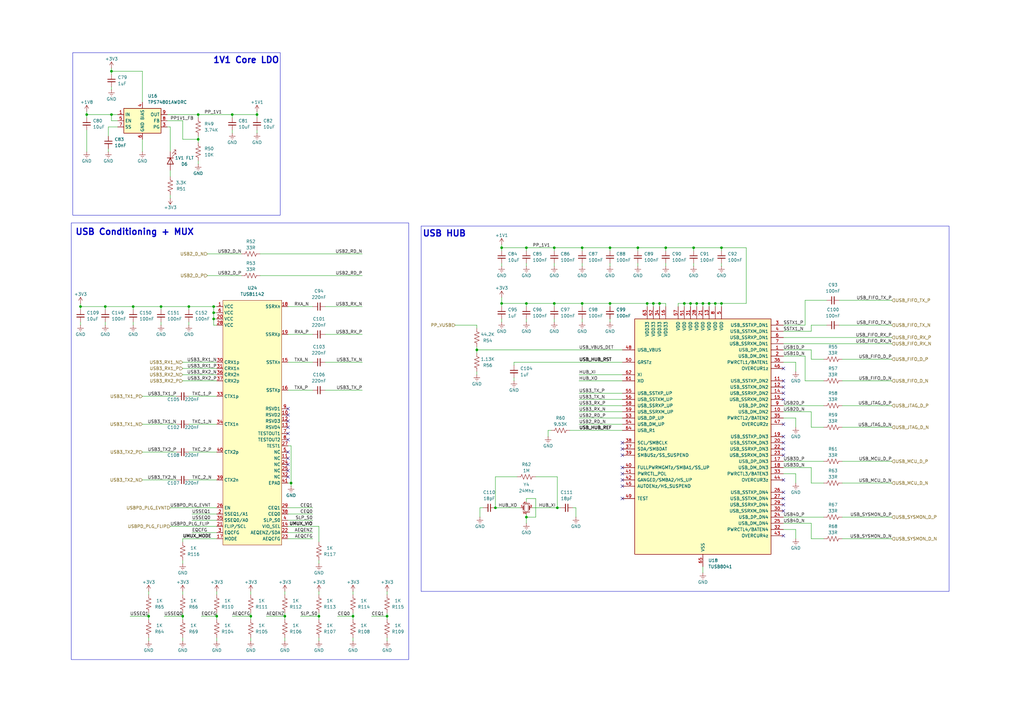
<source format=kicad_sch>
(kicad_sch (version 20231120) (generator "eeschema") (generator_version "8.0")
  (paper "A3")
  (title_block (title "USB Hub") (date "2024-07-14") (rev "1.0") (company "Drexel University") (comment 1 "Designed by John Hofmeyr"))
  (junction (at 105.41 46.99))
  (junction (at 144.78 252.73))
  (junction (at 77.47 125.73))
  (junction (at 285.75 124.46))
  (junction (at 273.05 101.6))
  (junction (at 87.63 128.27))
  (junction (at 265.43 124.46))
  (junction (at 119.38 198.12))
  (junction (at 267.97 124.46))
  (junction (at 60.96 252.73))
  (junction (at 95.25 46.99))
  (junction (at 81.28 46.99))
  (junction (at 227.33 101.6))
  (junction (at 284.48 101.6))
  (junction (at 215.9 124.46))
  (junction (at 88.9 252.73))
  (junction (at 130.81 252.73))
  (junction (at 293.37 124.46))
  (junction (at 283.21 124.46))
  (junction (at 295.91 101.6))
  (junction (at 45.72 46.99))
  (junction (at 288.29 124.46))
  (junction (at 215.9 212.09))
  (junction (at 280.67 124.46))
  (junction (at 261.62 101.6))
  (junction (at 45.72 29.21))
  (junction (at 81.28 57.15))
  (junction (at 290.83 124.46))
  (junction (at 74.93 252.73))
  (junction (at 43.18 125.73))
  (junction (at 295.91 124.46))
  (junction (at 87.63 130.81))
  (junction (at 203.2 208.28))
  (junction (at 215.9 101.6))
  (junction (at 66.04 125.73))
  (junction (at 250.19 101.6))
  (junction (at 102.87 252.73))
  (junction (at 205.74 101.6))
  (junction (at 54.61 125.73))
  (junction (at 158.75 252.73))
  (junction (at 116.84 252.73))
  (junction (at 205.74 124.46))
  (junction (at 238.76 101.6))
  (junction (at 228.6 208.28))
  (junction (at 238.76 124.46))
  (junction (at 270.51 124.46))
  (junction (at 35.56 46.99))
  (junction (at 33.02 125.73))
  (junction (at 250.19 124.46))
  (junction (at 195.58 143.51))
  (junction (at 227.33 124.46))
  (junction (at 87.63 125.73))
  (no_connect (at 118.11 193.04))
  (no_connect (at 255.27 194.31))
  (no_connect (at 118.11 195.58))
  (no_connect (at 321.31 181.61))
  (no_connect (at 321.31 151.13))
  (no_connect (at 118.11 177.8))
  (no_connect (at 321.31 186.69))
  (no_connect (at 321.31 156.21))
  (no_connect (at 118.11 185.42))
  (no_connect (at 118.11 180.34))
  (no_connect (at 255.27 196.85))
  (no_connect (at 255.27 181.61))
  (no_connect (at 321.31 161.29))
  (no_connect (at 118.11 172.72))
  (no_connect (at 118.11 187.96))
  (no_connect (at 321.31 204.47))
  (no_connect (at 321.31 179.07))
  (no_connect (at 321.31 163.83))
  (no_connect (at 255.27 186.69))
  (no_connect (at 255.27 191.77))
  (no_connect (at 321.31 209.55))
  (no_connect (at 118.11 175.26))
  (no_connect (at 255.27 199.39))
  (no_connect (at 321.31 173.99))
  (no_connect (at 321.31 219.71))
  (no_connect (at 321.31 207.01))
  (no_connect (at 255.27 204.47))
  (no_connect (at 118.11 190.5))
  (no_connect (at 118.11 167.64))
  (no_connect (at 321.31 184.15))
  (no_connect (at 255.27 184.15))
  (no_connect (at 321.31 201.93))
  (no_connect (at 321.31 158.75))
  (no_connect (at 118.11 170.18))
  (no_connect (at 321.31 196.85))
  (wire (pts (xy 270.51 124.46) (xy 270.51 125.73)))
  (wire (pts (xy 74.93 151.13) (xy 88.9 151.13)))
  (wire (pts (xy 66.04 125.73) (xy 77.47 125.73)))
  (wire (pts (xy 332.74 147.32) (xy 337.82 147.32)))
  (wire (pts (xy 345.44 175.26) (xy 365.76 175.26)))
  (wire (pts (xy 130.81 251.46) (xy 130.81 252.73)))
  (wire (pts (xy 195.58 152.4) (xy 195.58 153.67)))
  (wire (pts (xy 69.85 208.28) (xy 88.9 208.28)))
  (wire (pts (xy 215.9 101.6) (xy 227.33 101.6)))
  (wire (pts (xy 227.33 107.95) (xy 227.33 109.22)))
  (wire (pts (xy 284.48 101.6) (xy 295.91 101.6)))
  (wire (pts (xy 35.56 46.99) (xy 45.72 46.99)))
  (wire (pts (xy 77.47 162.56) (xy 88.9 162.56)))
  (wire (pts (xy 280.67 124.46) (xy 280.67 125.73)))
  (wire (pts (xy 212.09 195.58) (xy 203.2 195.58)))
  (wire (pts (xy 321.31 189.23) (xy 337.82 189.23)))
  (wire (pts (xy 144.78 251.46) (xy 144.78 252.73)))
  (wire (pts (xy 330.2 133.35) (xy 330.2 123.19)))
  (wire (pts (xy 228.6 195.58) (xy 228.6 208.28)))
  (wire (pts (xy 54.61 132.08) (xy 54.61 133.35)))
  (wire (pts (xy 345.44 147.32) (xy 365.76 147.32)))
  (wire (pts (xy 219.71 195.58) (xy 228.6 195.58)))
  (wire (pts (xy 118.11 210.82) (xy 128.27 210.82)))
  (wire (pts (xy 267.97 124.46) (xy 267.97 125.73)))
  (wire (pts (xy 250.19 101.6) (xy 261.62 101.6)))
  (wire (pts (xy 234.95 208.28) (xy 236.22 208.28)))
  (wire (pts (xy 273.05 101.6) (xy 284.48 101.6)))
  (wire (pts (xy 87.63 133.35) (xy 88.9 133.35)))
  (wire (pts (xy 82.55 252.73) (xy 88.9 252.73)))
  (wire (pts (xy 321.31 191.77) (xy 332.74 191.77)))
  (wire (pts (xy 116.84 242.57) (xy 116.84 243.84)))
  (wire (pts (xy 87.63 128.27) (xy 88.9 128.27)))
  (wire (pts (xy 283.21 124.46) (xy 283.21 125.73)))
  (wire (pts (xy 33.02 125.73) (xy 33.02 127)))
  (wire (pts (xy 290.83 124.46) (xy 293.37 124.46)))
  (wire (pts (xy 105.41 45.72) (xy 105.41 46.99)))
  (wire (pts (xy 102.87 242.57) (xy 102.87 243.84)))
  (wire (pts (xy 332.74 191.77) (xy 332.74 198.12)))
  (wire (pts (xy 321.31 194.31) (xy 326.39 194.31)))
  (wire (pts (xy 81.28 66.04) (xy 81.28 67.31)))
  (wire (pts (xy 205.74 121.92) (xy 205.74 124.46)))
  (wire (pts (xy 102.87 252.73) (xy 102.87 254)))
  (wire (pts (xy 238.76 124.46) (xy 250.19 124.46)))
  (wire (pts (xy 238.76 101.6) (xy 250.19 101.6)))
  (wire (pts (xy 95.25 46.99) (xy 95.25 48.26)))
  (wire (pts (xy 270.51 124.46) (xy 273.05 124.46)))
  (wire (pts (xy 238.76 107.95) (xy 238.76 109.22)))
  (wire (pts (xy 77.47 196.85) (xy 88.9 196.85)))
  (wire (pts (xy 106.68 104.14) (xy 148.59 104.14)))
  (wire (pts (xy 321.31 214.63) (xy 332.74 214.63)))
  (wire (pts (xy 77.47 173.99) (xy 88.9 173.99)))
  (wire (pts (xy 123.19 252.73) (xy 130.81 252.73)))
  (wire (pts (xy 87.63 125.73) (xy 88.9 125.73)))
  (wire (pts (xy 58.42 57.15) (xy 58.42 62.23)))
  (wire (pts (xy 74.93 156.21) (xy 88.9 156.21)))
  (wire (pts (xy 87.63 125.73) (xy 87.63 128.27)))
  (wire (pts (xy 332.74 135.89) (xy 332.74 133.35)))
  (wire (pts (xy 88.9 242.57) (xy 88.9 243.84)))
  (wire (pts (xy 198.12 208.28) (xy 196.85 208.28)))
  (wire (pts (xy 95.25 252.73) (xy 102.87 252.73)))
  (wire (pts (xy 326.39 194.31) (xy 326.39 198.12)))
  (wire (pts (xy 116.84 261.62) (xy 116.84 262.89)))
  (wire (pts (xy 102.87 251.46) (xy 102.87 252.73)))
  (wire (pts (xy 224.79 176.53) (xy 224.79 179.07)))
  (wire (pts (xy 227.33 124.46) (xy 238.76 124.46)))
  (wire (pts (xy 87.63 130.81) (xy 88.9 130.81)))
  (wire (pts (xy 237.49 168.91) (xy 255.27 168.91)))
  (wire (pts (xy 74.93 229.87) (xy 74.93 231.14)))
  (wire (pts (xy 284.48 107.95) (xy 284.48 109.22)))
  (wire (pts (xy 344.17 123.19) (xy 365.76 123.19)))
  (wire (pts (xy 81.28 46.99) (xy 95.25 46.99)))
  (wire (pts (xy 118.11 198.12) (xy 119.38 198.12)))
  (wire (pts (xy 144.78 261.62) (xy 144.78 262.89)))
  (wire (pts (xy 35.56 53.34) (xy 35.56 62.23)))
  (wire (pts (xy 77.47 185.42) (xy 88.9 185.42)))
  (wire (pts (xy 332.74 214.63) (xy 332.74 220.98)))
  (wire (pts (xy 60.96 251.46) (xy 60.96 252.73)))
  (wire (pts (xy 226.06 176.53) (xy 224.79 176.53)))
  (wire (pts (xy 45.72 27.94) (xy 45.72 29.21)))
  (wire (pts (xy 237.49 166.37) (xy 255.27 166.37)))
  (wire (pts (xy 236.22 208.28) (xy 236.22 212.09)))
  (wire (pts (xy 238.76 101.6) (xy 238.76 102.87)))
  (wire (pts (xy 77.47 125.73) (xy 87.63 125.73)))
  (wire (pts (xy 130.81 229.87) (xy 130.81 231.14)))
  (wire (pts (xy 45.72 35.56) (xy 45.72 36.83)))
  (wire (pts (xy 116.84 252.73) (xy 116.84 254)))
  (wire (pts (xy 102.87 261.62) (xy 102.87 262.89)))
  (wire (pts (xy 321.31 168.91) (xy 332.74 168.91)))
  (wire (pts (xy 87.63 128.27) (xy 87.63 130.81)))
  (wire (pts (xy 158.75 261.62) (xy 158.75 262.89)))
  (wire (pts (xy 35.56 46.99) (xy 35.56 48.26)))
  (wire (pts (xy 321.31 138.43) (xy 365.76 138.43)))
  (wire (pts (xy 273.05 101.6) (xy 273.05 102.87)))
  (wire (pts (xy 205.74 124.46) (xy 215.9 124.46)))
  (wire (pts (xy 250.19 130.81) (xy 250.19 132.08)))
  (wire (pts (xy 99.06 104.14) (xy 85.09 104.14)))
  (wire (pts (xy 69.85 80.01) (xy 69.85 81.28)))
  (wire (pts (xy 330.2 123.19) (xy 339.09 123.19)))
  (wire (pts (xy 219.71 212.09) (xy 215.9 212.09)))
  (wire (pts (xy 288.29 232.41) (xy 288.29 234.95)))
  (wire (pts (xy 265.43 124.46) (xy 265.43 125.73)))
  (wire (pts (xy 58.42 162.56) (xy 72.39 162.56)))
  (wire (pts (xy 278.13 124.46) (xy 278.13 125.73)))
  (wire (pts (xy 186.69 133.35) (xy 195.58 133.35)))
  (wire (pts (xy 43.18 132.08) (xy 43.18 133.35)))
  (wire (pts (xy 78.74 213.36) (xy 88.9 213.36)))
  (wire (pts (xy 74.93 220.98) (xy 74.93 222.25)))
  (wire (pts (xy 332.74 198.12) (xy 337.82 198.12)))
  (wire (pts (xy 215.9 204.47) (xy 219.71 204.47)))
  (wire (pts (xy 130.81 261.62) (xy 130.81 262.89)))
  (wire (pts (xy 321.31 217.17) (xy 326.39 217.17)))
  (wire (pts (xy 88.9 252.73) (xy 88.9 254)))
  (wire (pts (xy 45.72 29.21) (xy 45.72 30.48)))
  (wire (pts (xy 106.68 113.03) (xy 148.59 113.03)))
  (wire (pts (xy 60.96 252.73) (xy 60.96 254)))
  (wire (pts (xy 321.31 133.35) (xy 330.2 133.35)))
  (wire (pts (xy 250.19 107.95) (xy 250.19 109.22)))
  (wire (pts (xy 95.25 46.99) (xy 105.41 46.99)))
  (wire (pts (xy 77.47 132.08) (xy 77.47 133.35)))
  (wire (pts (xy 283.21 124.46) (xy 285.75 124.46)))
  (wire (pts (xy 345.44 156.21) (xy 365.76 156.21)))
  (wire (pts (xy 69.85 72.39) (xy 69.85 69.85)))
  (wire (pts (xy 215.9 205.74) (xy 215.9 204.47)))
  (wire (pts (xy 35.56 45.72) (xy 35.56 46.99)))
  (wire (pts (xy 33.02 124.46) (xy 33.02 125.73)))
  (wire (pts (xy 306.07 101.6) (xy 295.91 101.6)))
  (wire (pts (xy 33.02 132.08) (xy 33.02 133.35)))
  (wire (pts (xy 74.93 153.67) (xy 88.9 153.67)))
  (wire (pts (xy 203.2 208.28) (xy 213.36 208.28)))
  (wire (pts (xy 130.81 252.73) (xy 130.81 254)))
  (wire (pts (xy 321.31 166.37) (xy 337.82 166.37)))
  (wire (pts (xy 345.44 189.23) (xy 365.76 189.23)))
  (wire (pts (xy 133.35 160.02) (xy 148.59 160.02)))
  (wire (pts (xy 45.72 46.99) (xy 48.26 46.99)))
  (wire (pts (xy 68.58 46.99) (xy 81.28 46.99)))
  (wire (pts (xy 74.93 251.46) (xy 74.93 252.73)))
  (wire (pts (xy 128.27 148.59) (xy 118.11 148.59)))
  (wire (pts (xy 321.31 146.05) (xy 330.2 146.05)))
  (wire (pts (xy 210.82 148.59) (xy 210.82 149.86)))
  (wire (pts (xy 74.93 49.53) (xy 74.93 57.15)))
  (wire (pts (xy 87.63 130.81) (xy 87.63 133.35)))
  (wire (pts (xy 116.84 251.46) (xy 116.84 252.73)))
  (wire (pts (xy 81.28 46.99) (xy 81.28 48.26)))
  (wire (pts (xy 118.11 208.28) (xy 128.27 208.28)))
  (wire (pts (xy 278.13 124.46) (xy 280.67 124.46)))
  (wire (pts (xy 205.74 130.81) (xy 205.74 132.08)))
  (wire (pts (xy 215.9 101.6) (xy 215.9 102.87)))
  (wire (pts (xy 290.83 124.46) (xy 290.83 125.73)))
  (wire (pts (xy 215.9 107.95) (xy 215.9 109.22)))
  (wire (pts (xy 345.44 198.12) (xy 365.76 198.12)))
  (wire (pts (xy 238.76 124.46) (xy 238.76 125.73)))
  (wire (pts (xy 345.44 166.37) (xy 365.76 166.37)))
  (wire (pts (xy 237.49 171.45) (xy 255.27 171.45)))
  (wire (pts (xy 43.18 125.73) (xy 43.18 127)))
  (wire (pts (xy 118.11 218.44) (xy 128.27 218.44)))
  (wire (pts (xy 69.85 62.23) (xy 69.85 52.07)))
  (wire (pts (xy 321.31 143.51) (xy 332.74 143.51)))
  (wire (pts (xy 285.75 124.46) (xy 288.29 124.46)))
  (wire (pts (xy 118.11 220.98) (xy 128.27 220.98)))
  (wire (pts (xy 261.62 101.6) (xy 273.05 101.6)))
  (wire (pts (xy 130.81 222.25) (xy 130.81 215.9)))
  (wire (pts (xy 250.19 124.46) (xy 250.19 125.73)))
  (wire (pts (xy 44.45 52.07) (xy 44.45 55.88)))
  (wire (pts (xy 261.62 101.6) (xy 261.62 102.87)))
  (wire (pts (xy 205.74 124.46) (xy 205.74 125.73)))
  (wire (pts (xy 195.58 143.51) (xy 195.58 144.78)))
  (wire (pts (xy 227.33 130.81) (xy 227.33 132.08)))
  (wire (pts (xy 105.41 53.34) (xy 105.41 54.61)))
  (wire (pts (xy 280.67 124.46) (xy 283.21 124.46)))
  (wire (pts (xy 205.74 100.33) (xy 205.74 101.6)))
  (wire (pts (xy 210.82 148.59) (xy 255.27 148.59)))
  (wire (pts (xy 158.75 252.73) (xy 158.75 254)))
  (wire (pts (xy 66.04 132.08) (xy 66.04 133.35)))
  (wire (pts (xy 74.93 148.59) (xy 88.9 148.59)))
  (wire (pts (xy 293.37 124.46) (xy 293.37 125.73)))
  (wire (pts (xy 58.42 29.21) (xy 58.42 41.91)))
  (wire (pts (xy 238.76 130.81) (xy 238.76 132.08)))
  (wire (pts (xy 321.31 171.45) (xy 326.39 171.45)))
  (wire (pts (xy 326.39 148.59) (xy 326.39 152.4)))
  (wire (pts (xy 288.29 124.46) (xy 290.83 124.46)))
  (wire (pts (xy 45.72 49.53) (xy 45.72 46.99)))
  (wire (pts (xy 74.93 252.73) (xy 74.93 254)))
  (wire (pts (xy 54.61 125.73) (xy 66.04 125.73)))
  (wire (pts (xy 210.82 154.94) (xy 210.82 156.21)))
  (wire (pts (xy 293.37 124.46) (xy 295.91 124.46)))
  (wire (pts (xy 77.47 125.73) (xy 77.47 127)))
  (wire (pts (xy 118.11 213.36) (xy 128.27 213.36)))
  (wire (pts (xy 219.71 204.47) (xy 219.71 212.09)))
  (wire (pts (xy 237.49 163.83) (xy 255.27 163.83)))
  (wire (pts (xy 237.49 156.21) (xy 255.27 156.21)))
  (wire (pts (xy 326.39 217.17) (xy 326.39 220.98)))
  (wire (pts (xy 69.85 215.9) (xy 88.9 215.9)))
  (wire (pts (xy 233.68 176.53) (xy 255.27 176.53)))
  (wire (pts (xy 81.28 57.15) (xy 81.28 58.42)))
  (wire (pts (xy 128.27 125.73) (xy 118.11 125.73)))
  (wire (pts (xy 54.61 125.73) (xy 54.61 127)))
  (wire (pts (xy 119.38 182.88) (xy 119.38 198.12)))
  (wire (pts (xy 48.26 49.53) (xy 45.72 49.53)))
  (wire (pts (xy 195.58 134.62) (xy 195.58 133.35)))
  (wire (pts (xy 321.31 148.59) (xy 326.39 148.59)))
  (wire (pts (xy 295.91 124.46) (xy 295.91 125.73)))
  (wire (pts (xy 284.48 101.6) (xy 284.48 102.87)))
  (wire (pts (xy 218.44 208.28) (xy 228.6 208.28)))
  (wire (pts (xy 227.33 101.6) (xy 227.33 102.87)))
  (wire (pts (xy 109.22 252.73) (xy 116.84 252.73)))
  (wire (pts (xy 273.05 124.46) (xy 273.05 125.73)))
  (wire (pts (xy 74.93 57.15) (xy 81.28 57.15)))
  (wire (pts (xy 74.93 242.57) (xy 74.93 243.84)))
  (wire (pts (xy 295.91 101.6) (xy 295.91 102.87)))
  (wire (pts (xy 196.85 208.28) (xy 196.85 212.09)))
  (wire (pts (xy 68.58 49.53) (xy 74.93 49.53)))
  (wire (pts (xy 332.74 175.26) (xy 337.82 175.26)))
  (wire (pts (xy 326.39 171.45) (xy 326.39 175.26)))
  (wire (pts (xy 330.2 146.05) (xy 330.2 156.21)))
  (wire (pts (xy 306.07 124.46) (xy 306.07 101.6)))
  (wire (pts (xy 203.2 195.58) (xy 203.2 208.28)))
  (wire (pts (xy 133.35 125.73) (xy 148.59 125.73)))
  (wire (pts (xy 215.9 124.46) (xy 227.33 124.46)))
  (wire (pts (xy 133.35 148.59) (xy 148.59 148.59)))
  (wire (pts (xy 237.49 161.29) (xy 255.27 161.29)))
  (wire (pts (xy 81.28 55.88) (xy 81.28 57.15)))
  (wire (pts (xy 48.26 52.07) (xy 44.45 52.07)))
  (wire (pts (xy 74.93 220.98) (xy 88.9 220.98)))
  (wire (pts (xy 152.4 252.73) (xy 158.75 252.73)))
  (wire (pts (xy 88.9 251.46) (xy 88.9 252.73)))
  (wire (pts (xy 227.33 101.6) (xy 238.76 101.6)))
  (wire (pts (xy 237.49 153.67) (xy 255.27 153.67)))
  (wire (pts (xy 69.85 52.07) (xy 68.58 52.07)))
  (wire (pts (xy 321.31 140.97) (xy 365.76 140.97)))
  (wire (pts (xy 261.62 107.95) (xy 261.62 109.22)))
  (wire (pts (xy 130.81 242.57) (xy 130.81 243.84)))
  (wire (pts (xy 128.27 137.16) (xy 118.11 137.16)))
  (wire (pts (xy 58.42 173.99) (xy 72.39 173.99)))
  (wire (pts (xy 205.74 101.6) (xy 205.74 102.87)))
  (wire (pts (xy 332.74 133.35) (xy 339.09 133.35)))
  (wire (pts (xy 285.75 124.46) (xy 285.75 125.73)))
  (wire (pts (xy 105.41 46.99) (xy 105.41 48.26)))
  (wire (pts (xy 321.31 212.09) (xy 337.82 212.09)))
  (wire (pts (xy 288.29 124.46) (xy 288.29 125.73)))
  (wire (pts (xy 158.75 242.57) (xy 158.75 243.84)))
  (wire (pts (xy 78.74 218.44) (xy 88.9 218.44)))
  (wire (pts (xy 215.9 212.09) (xy 215.9 214.63)))
  (wire (pts (xy 88.9 261.62) (xy 88.9 262.89)))
  (wire (pts (xy 138.43 252.73) (xy 144.78 252.73)))
  (wire (pts (xy 332.74 168.91) (xy 332.74 175.26)))
  (wire (pts (xy 344.17 133.35) (xy 365.76 133.35)))
  (wire (pts (xy 95.25 53.34) (xy 95.25 54.61)))
  (wire (pts (xy 58.42 185.42) (xy 72.39 185.42)))
  (wire (pts (xy 295.91 107.95) (xy 295.91 109.22)))
  (wire (pts (xy 250.19 124.46) (xy 265.43 124.46)))
  (wire (pts (xy 215.9 130.81) (xy 215.9 132.08)))
  (wire (pts (xy 265.43 124.46) (xy 267.97 124.46)))
  (wire (pts (xy 228.6 208.28) (xy 229.87 208.28)))
  (wire (pts (xy 215.9 210.82) (xy 215.9 212.09)))
  (wire (pts (xy 118.11 215.9) (xy 130.81 215.9)))
  (wire (pts (xy 44.45 60.96) (xy 44.45 62.23)))
  (wire (pts (xy 237.49 173.99) (xy 255.27 173.99)))
  (wire (pts (xy 144.78 252.73) (xy 144.78 254)))
  (wire (pts (xy 118.11 182.88) (xy 119.38 182.88)))
  (wire (pts (xy 144.78 242.57) (xy 144.78 243.84)))
  (wire (pts (xy 74.93 261.62) (xy 74.93 262.89)))
  (wire (pts (xy 60.96 242.57) (xy 60.96 243.84)))
  (wire (pts (xy 45.72 29.21) (xy 58.42 29.21)))
  (wire (pts (xy 345.44 220.98) (xy 365.76 220.98)))
  (wire (pts (xy 99.06 113.03) (xy 85.09 113.03)))
  (wire (pts (xy 295.91 124.46) (xy 306.07 124.46)))
  (wire (pts (xy 33.02 125.73) (xy 43.18 125.73)))
  (wire (pts (xy 53.34 252.73) (xy 60.96 252.73)))
  (wire (pts (xy 133.35 137.16) (xy 148.59 137.16)))
  (wire (pts (xy 60.96 261.62) (xy 60.96 262.89)))
  (wire (pts (xy 267.97 124.46) (xy 270.51 124.46)))
  (wire (pts (xy 66.04 125.73) (xy 66.04 127)))
  (wire (pts (xy 158.75 251.46) (xy 158.75 252.73)))
  (wire (pts (xy 128.27 160.02) (xy 118.11 160.02)))
  (wire (pts (xy 78.74 210.82) (xy 88.9 210.82)))
  (wire (pts (xy 330.2 156.21) (xy 337.82 156.21)))
  (wire (pts (xy 227.33 124.46) (xy 227.33 125.73)))
  (wire (pts (xy 250.19 101.6) (xy 250.19 102.87)))
  (wire (pts (xy 332.74 220.98) (xy 337.82 220.98)))
  (wire (pts (xy 215.9 124.46) (xy 215.9 125.73)))
  (wire (pts (xy 67.31 252.73) (xy 74.93 252.73)))
  (wire (pts (xy 205.74 107.95) (xy 205.74 109.22)))
  (wire (pts (xy 43.18 125.73) (xy 54.61 125.73)))
  (wire (pts (xy 119.38 198.12) (xy 119.38 199.39)))
  (wire (pts (xy 332.74 143.51) (xy 332.74 147.32)))
  (wire (pts (xy 321.31 135.89) (xy 332.74 135.89)))
  (wire (pts (xy 58.42 196.85) (xy 72.39 196.85)))
  (wire (pts (xy 195.58 142.24) (xy 195.58 143.51)))
  (wire (pts (xy 195.58 143.51) (xy 255.27 143.51)))
  (wire (pts (xy 345.44 212.09) (xy 365.76 212.09)))
  (wire (pts (xy 273.05 107.95) (xy 273.05 109.22)))
  (wire (pts (xy 205.74 101.6) (xy 215.9 101.6)))
  (rectangle (start 29.845 21.59) (end 114.935 88.265))
  (rectangle (start 29.21 91.44) (end 167.64 270.51))
  (rectangle (start 172.72 92.71) (end 389.255 242.57))
  (text "USB Conditioning + MUX" (at 55.245 95.25 0) (effects (font (size 2.54 2.54) (thickness 0.508) (bold yes))))
  (text "1V1 Core LDO" (at 100.965 24.765 0) (effects (font (size 2.54 2.54) (thickness 0.508) (bold yes))))
  (text "USB HUB" (at 182.245 95.885 0) (effects (font (size 2.54 2.54) (thickness 0.508) (bold yes))))
  (label "USB_JTAG_D_P" (at 365.76 166.37 180))
  (label "USB_FIFO_D_N" (at 365.76 156.21 180))
  (label "USB4D_P" (at 321.31 212.09 0))
  (label "USB_HUB_REF" (at 237.49 176.53 0) (effects (font (bold yes))))
  (label "USB3_TX_N" (at 237.49 163.83 0))
  (label "USB3_TX1_N" (at 72.39 173.99 180))
  (label "USB_FIFO_TX_P" (at 365.76 123.19 180))
  (label "USSEQ0" (at 67.31 252.73 0))
  (label "USB3_TX_P" (at 148.59 160.02 180))
  (label "RXA_P" (at 120.65 137.16 0))
  (label "USB1D_P" (at 321.31 143.51 0))
  (label "USB3_RX1_P" (at 88.9 151.13 180))
  (label "AEQCFG" (at 128.27 220.98 180))
  (label "USB2D_N" (at 321.31 168.91 0))
  (label "USB2_D_P" (at 99.06 113.03 180))
  (label "HUB_XO" (at 237.49 156.21 0))
  (label "HUB_XO" (at 212.09 208.28 180))
  (label "USB3_RX1_N" (at 88.9 148.59 180))
  (label "USB3_RX2_P" (at 88.9 156.21 180))
  (label "TXC_1_P" (at 78.74 162.56 0))
  (label "USB4D_N" (at 321.31 214.63 0))
  (label "USB2_RD_P" (at 237.49 171.45 0))
  (label "USB_FIFO_RX_P" (at 365.76 138.43 180))
  (label "USB3_TX_N" (at 148.59 148.59 180))
  (label "USB_MCU_D_P" (at 365.76 189.23 180))
  (label "USB2_RD_N" (at 237.49 173.99 0))
  (label "USB_HUB_RST" (at 237.49 148.59 0) (effects (font (bold yes))))
  (label "USB3D_P" (at 321.31 189.23 0))
  (label "HUB_XI" (at 220.98 208.28 0))
  (label "EQCFG" (at 78.74 218.44 0))
  (label "TXC_1_N" (at 78.74 173.99 0))
  (label "USB_VBUS_DET" (at 237.49 143.51 0))
  (label "USB1D_N" (at 321.31 146.05 0))
  (label "SLP_S0" (at 123.19 252.73 0))
  (label "USB2D_P" (at 321.31 166.37 0))
  (label "USB3_RX_P" (at 237.49 166.37 0))
  (label "CEQ0" (at 138.43 252.73 0))
  (label "PP_1V1" (at 218.44 101.6 0))
  (label "CEQ1" (at 128.27 208.28 180))
  (label "USB_SYSMON_D_P" (at 365.76 212.09 180))
  (label "AEQENZ" (at 109.22 252.73 0))
  (label "TXC_2_N" (at 78.74 196.85 0))
  (label "USB_FIFO_D_P" (at 365.76 147.32 180))
  (label "USSEQ0" (at 78.74 213.36 0))
  (label "PP1V1_FB" (at 69.85 49.53 0))
  (label "CEQ0" (at 128.27 210.82 180))
  (label "AEQCFG" (at 95.25 252.73 0))
  (label "RXA_N" (at 120.65 125.73 0))
  (label "HUB_XI" (at 237.49 153.67 0))
  (label "USB3_TX_P" (at 237.49 161.29 0))
  (label "USB3_RX_N" (at 148.59 125.73 180))
  (label "EQCFG" (at 82.55 252.73 0))
  (label "USB_MCU_D_N" (at 365.76 198.12 180))
  (label "USB3_RX_N" (at 237.49 168.91 0))
  (label "USB3_RX2_N" (at 88.9 153.67 180))
  (label "USB_FIFO_RX_N" (at 365.76 140.97 180))
  (label "USB3_RX_P" (at 148.59 137.16 180))
  (label "USBPD_PLG_FLIP" (at 69.85 215.9 0))
  (label "USB3_TX1_P" (at 72.39 162.56 180))
  (label "SSTX1_N" (at 321.31 135.89 0))
  (label "USB3_TX2_P" (at 72.39 185.42 180))
  (label "TXA_N" (at 120.65 148.59 0))
  (label "SSTX1_P" (at 321.31 133.35 0))
  (label "SLP_S0" (at 128.27 213.36 180))
  (label "USB2_RD_P" (at 148.59 113.03 180))
  (label "UMUX_VIO" (at 128.27 215.9 180) (effects (font (bold yes))))
  (label "TXA_P" (at 120.65 160.02 0))
  (label "USSEQ1" (at 53.34 252.73 0))
  (label "USB_FIFO_TX_N" (at 365.76 133.35 180))
  (label "TXC_2_P" (at 78.74 185.42 0))
  (label "USSEQ1" (at 78.74 210.82 0))
  (label "USBPD_PLG_EVNT" (at 86.36 208.28 180))
  (label "PP_1V1" (at 83.82 46.99 0))
  (label "USB3_TX2_N" (at 72.39 196.85 180))
  (label "USB_JTAG_D_N" (at 365.76 175.26 180))
  (label "USB3D_N" (at 321.31 191.77 0))
  (label "USB_SYSMON_D_N" (at 365.76 220.98 180))
  (label "USB2_D_N" (at 99.06 104.14 180))
  (label "UMUX_MODE" (at 74.93 220.98 0) (effects (font (bold yes))))
  (label "AEQENZ" (at 128.27 218.44 180))
  (label "USB2_RD_N" (at 148.59 104.14 180))
  (label "CEQ1" (at 152.4 252.73 0))
  (hierarchical_label "PP_VUSB" (shape input) (at 186.69 133.35 180))
  (hierarchical_label "USB_JTAG_D_N" (shape input) (at 365.76 175.26 0))
  (hierarchical_label "USB_FIFO_TX_N" (shape input) (at 365.76 133.35 0))
  (hierarchical_label "USBPD_PLG_EVNT" (shape input) (at 69.85 208.28 180))
  (hierarchical_label "USB2_D_P" (shape input) (at 85.09 113.03 180))
  (hierarchical_label "USB3_RX1_N" (shape input) (at 74.93 148.59 180))
  (hierarchical_label "USB3_RX2_P" (shape input) (at 74.93 156.21 180))
  (hierarchical_label "USB_MCU_D_P" (shape input) (at 365.76 189.23 0))
  (hierarchical_label "USB3_TX2_P" (shape input) (at 58.42 185.42 180))
  (hierarchical_label "USB_MCU_D_N" (shape input) (at 365.76 198.12 0))
  (hierarchical_label "USB_FIFO_TX_P" (shape input) (at 365.76 123.19 0))
  (hierarchical_label "USB_FIFO_RX_N" (shape input) (at 365.76 140.97 0))
  (hierarchical_label "USB_SYSMON_D_P" (shape input) (at 365.76 212.09 0))
  (hierarchical_label "USB3_RX1_P" (shape input) (at 74.93 151.13 180))
  (hierarchical_label "USB_JTAG_D_P" (shape input) (at 365.76 166.37 0))
  (hierarchical_label "USB_FIFO_D_P" (shape input) (at 365.76 147.32 0))
  (hierarchical_label "USB3_TX1_P" (shape input) (at 58.42 162.56 180))
  (hierarchical_label "USB3_TX1_N" (shape input) (at 58.42 173.99 180))
  (hierarchical_label "USB2_D_N" (shape input) (at 85.09 104.14 180))
  (hierarchical_label "USB_FIFO_RX_P" (shape input) (at 365.76 138.43 0))
  (hierarchical_label "USB_SYSMON_D_N" (shape input) (at 365.76 220.98 0))
  (hierarchical_label "USB3_RX2_N" (shape input) (at 74.93 153.67 180))
  (hierarchical_label "USB_FIFO_D_N" (shape input) (at 365.76 156.21 0))
  (hierarchical_label "USBPD_PLG_FLIP" (shape input) (at 69.85 215.9 180))
  (hierarchical_label "USB3_TX2_N" (shape input) (at 58.42 196.85 180))
  (symbol (lib_id "power:GND") (at 196.85 212.09 0) (unit 1)
    (property "Reference" "#PWR0200" (effects (hide yes)))
    (property "Value" "GND" (at 196.85 215.9 0))
    (property "Description" "Power symbol creates a global label with name \"GND\" , ground" (effects (hide yes)))
  )
  (symbol (lib_id "Device:R_US") (at 102.87 104.14 270) (unit 1)
    (property "Reference" "R52" (at 102.87 99.06 90))
    (property "Value" "33R" (at 102.87 101.6 90))
    (property "Footprint" "Resistor_SMD:R_0201_0603Metric" (effects (hide yes)))
    (property "Description" "Resistor, US symbol" (effects (hide yes)))
  )
  (symbol (lib_id "power:GND") (at 195.58 153.67 0) (unit 1)
    (property "Reference" "#PWR0191" (effects (hide yes)))
    (property "Value" "GND" (at 195.58 157.48 0))
    (property "Description" "Power symbol creates a global label with name \"GND\" , ground" (effects (hide yes)))
  )
  (symbol (lib_id "Device:R_US") (at 341.63 189.23 270) (unit 1)
    (property "Reference" "R61" (at 341.63 184.15 90))
    (property "Value" "33R" (at 341.63 186.69 90))
    (property "Footprint" "Resistor_SMD:R_0201_0603Metric" (effects (hide yes)))
    (property "Description" "Resistor, US symbol" (effects (hide yes)))
  )
  (symbol (lib_id "Device:R_US") (at 102.87 113.03 270) (unit 1)
    (property "Reference" "R53" (at 102.87 107.95 90))
    (property "Value" "33R" (at 102.87 110.49 90))
    (property "Footprint" "Resistor_SMD:R_0201_0603Metric" (effects (hide yes)))
    (property "Description" "Resistor, US symbol" (effects (hide yes)))
  )
  (symbol (lib_id "power:GND") (at 288.29 234.95 0) (unit 1)
    (property "Reference" "#PWR0207" (effects (hide yes)))
    (property "Value" "GND" (at 288.29 238.76 0))
    (property "Description" "Power symbol creates a global label with name \"GND\" , ground" (effects (hide yes)))
  )
  (symbol (lib_id "Device:C_Small") (at 130.81 125.73 90) (unit 1)
    (property "Reference" "C94" (at 130.8163 119.38 90))
    (property "Value" "220nF" (at 130.8163 121.92 90))
    (property "Footprint" "Capacitor_SMD:C_0201_0603Metric" (effects (hide yes)))
    (property "Description" "Unpolarized capacitor, small symbol" (effects (hide yes)))
  )
  (symbol (lib_id "Device:R_US") (at 74.93 257.81 180) (unit 1)
    (property "Reference" "R69" (at 79.375 259.08 0))
    (property "Value" "1K" (at 79.375 256.54 0))
    (property "Footprint" "Resistor_SMD:R_0201_0603Metric" (effects (hide yes)))
    (property "Description" "Resistor, US symbol" (effects (hide yes)))
  )
  (symbol (lib_id "Device:C_Small") (at 66.04 129.54 0) (unit 1)
    (property "Reference" "C151" (at 68.58 128.2762 0) (effects (justify left)))
    (property "Value" "100nF" (at 68.58 130.8162 0) (effects (justify left)))
    (property "Footprint" "Capacitor_SMD:C_0201_0603Metric" (effects (hide yes)))
    (property "Description" "Unpolarized capacitor, small symbol" (effects (hide yes)))
  )
  (symbol (lib_id "power:+1V8") (at 35.56 45.72 0) (unit 1)
    (property "Reference" "#PWR0165" (effects (hide yes)))
    (property "Value" "+1V8" (at 35.56 41.91 0))
    (property "Description" "Power symbol creates a global label with name \"+1V8\"" (effects (hide yes)))
  )
  (symbol (lib_id "Interface_USB:TUSB8041") (at 288.29 179.07 0) (unit 1)
    (property "Reference" "U18" (at 290.4841 229.87 0) (effects (justify left)))
    (property "Value" "TUSB8041" (at 290.4841 232.41 0) (effects (justify left)))
    (property "Footprint" "Package_DFN_QFN:QFN-64-1EP_9x9mm_P0.5mm_EP6x6mm_ThermalVias" (effects (hide yes)))
    (property "Datasheet" "http://www.ti.com/lit/ds/symlink/tusb8041.pdf" (effects (hide yes)))
    (property "Description" "four port USB 3.0 Hub" (effects (hide yes)))
  )
  (symbol (lib_id "Device:C_Small") (at 105.41 50.8 0) (unit 1)
    (property "Reference" "C82" (at 107.95 49.5362 0) (effects (justify left)))
    (property "Value" "10uF" (at 107.95 52.0762 0) (effects (justify left)))
    (property "Footprint" "Capacitor_SMD:C_0603_1608Metric" (effects (hide yes)))
    (property "Description" "Unpolarized capacitor, small symbol" (effects (hide yes)))
  )
  (symbol (lib_id "power:GND") (at 130.81 231.14 0) (unit 1)
    (property "Reference" "#PWR0291" (effects (hide yes)))
    (property "Value" "GND" (at 130.81 234.95 0))
    (property "Description" "Power symbol creates a global label with name \"GND\" , ground" (effects (hide yes)))
  )
  (symbol (lib_id "Device:Crystal_GND24_Small") (at 215.9 208.28 0) (unit 1)
    (property "Reference" "Y4" (at 215.9 198.755 0))
    (property "Value" "24Mhz" (at 215.9 201.295 0))
    (property "Footprint" "Oscillator:Oscillator_SMD_Abracon_ASE-4Pin_3.2x2.5mm" (effects (hide yes)))
    (property "Datasheet" "https://abracon.com/Resonators/ABM8G.pdf" (effects (hide yes)))
    (property "Description" "Four pin crystal, GND on pins 2 and 4, small symbol" (effects (hide yes)))
  )
  (symbol (lib_id "power:GND") (at 326.39 152.4 0) (unit 1)
    (property "Reference" "#PWR0190" (effects (hide yes)))
    (property "Value" "GND" (at 326.39 156.21 0))
    (property "Description" "Power symbol creates a global label with name \"GND\" , ground" (effects (hide yes)))
  )
  (symbol (lib_id "Device:C_Small") (at 261.62 105.41 0) (unit 1)
    (property "Reference" "C89" (at 264.16 104.1462 0) (effects (justify left)))
    (property "Value" "100nF" (at 264.16 106.6862 0) (effects (justify left)))
    (property "Footprint" "Capacitor_SMD:C_0201_0603Metric" (effects (hide yes)))
    (property "Description" "Unpolarized capacitor, small symbol" (effects (hide yes)))
  )
  (symbol (lib_id "Device:C_Small") (at 200.66 208.28 270) (unit 1)
    (property "Reference" "C110" (at 200.6536 201.93 90))
    (property "Value" "18pF" (at 200.6536 204.47 90))
    (property "Footprint" "Capacitor_SMD:C_0201_0603Metric" (effects (hide yes)))
    (property "Description" "Unpolarized capacitor, small symbol" (effects (hide yes)))
  )
  (symbol (lib_id "power:GND") (at 326.39 220.98 0) (unit 1)
    (property "Reference" "#PWR0205" (effects (hide yes)))
    (property "Value" "GND" (at 326.39 224.79 0))
    (property "Description" "Power symbol creates a global label with name \"GND\" , ground" (effects (hide yes)))
  )
  (symbol (lib_id "Device:C_Small") (at 215.9 105.41 0) (unit 1)
    (property "Reference" "C85" (at 218.44 104.1462 0) (effects (justify left)))
    (property "Value" "100nF" (at 218.44 106.6862 0) (effects (justify left)))
    (property "Footprint" "Capacitor_SMD:C_0201_0603Metric" (effects (hide yes)))
    (property "Description" "Unpolarized capacitor, small symbol" (effects (hide yes)))
  )
  (symbol (lib_id "Device:R_US") (at 195.58 148.59 180) (unit 1)
    (property "Reference" "R56" (at 200.025 149.86 0))
    (property "Value" "1.13K" (at 200.025 147.32 0))
    (property "Footprint" "Resistor_SMD:R_0201_0603Metric" (effects (hide yes)))
    (property "Description" "Resistor, US symbol" (effects (hide yes)))
  )
  (symbol (lib_id "Device:C_Small") (at 232.41 208.28 270) (unit 1)
    (property "Reference" "C111" (at 232.4036 201.93 90))
    (property "Value" "18pF" (at 232.4036 204.47 90))
    (property "Footprint" "Capacitor_SMD:C_0201_0603Metric" (effects (hide yes)))
    (property "Description" "Unpolarized capacitor, small symbol" (effects (hide yes)))
  )
  (symbol (lib_id "power:+3V3") (at 88.9 242.57 0) (unit 1)
    (property "Reference" "#PWR0279" (effects (hide yes)))
    (property "Value" "+3V3" (at 88.9 238.76 0))
    (property "Description" "Power symbol creates a global label with name \"+3V3\"" (effects (hide yes)))
  )
  (symbol (lib_id "Device:C_Small") (at 295.91 105.41 0) (unit 1)
    (property "Reference" "C92" (at 298.45 104.1462 0) (effects (justify left)))
    (property "Value" "100nF" (at 298.45 106.6862 0) (effects (justify left)))
    (property "Footprint" "Capacitor_SMD:C_0201_0603Metric" (effects (hide yes)))
    (property "Description" "Unpolarized capacitor, small symbol" (effects (hide yes)))
  )
  (symbol (lib_id "power:GND") (at 215.9 109.22 0) (unit 1)
    (property "Reference" "#PWR0176" (effects (hide yes)))
    (property "Value" "GND" (at 215.9 113.03 0))
    (property "Description" "Power symbol creates a global label with name \"GND\" , ground" (effects (hide yes)))
  )
  (symbol (lib_id "Device:R_US") (at 88.9 247.65 180) (unit 1)
    (property "Reference" "R110" (at 93.345 248.92 0))
    (property "Value" "1K" (at 93.345 246.38 0))
    (property "Footprint" "Resistor_SMD:R_0201_0603Metric" (effects (hide yes)))
    (property "Description" "Resistor, US symbol" (effects (hide yes)))
  )
  (symbol (lib_id "Device:R_US") (at 341.63 156.21 270) (unit 1)
    (property "Reference" "R57" (at 341.63 151.13 90))
    (property "Value" "33R" (at 341.63 153.67 90))
    (property "Footprint" "Resistor_SMD:R_0201_0603Metric" (effects (hide yes)))
    (property "Description" "Resistor, US symbol" (effects (hide yes)))
  )
  (symbol (lib_id "Device:C_Small") (at 130.81 137.16 90) (unit 1)
    (property "Reference" "C101" (at 130.8163 130.81 90))
    (property "Value" "220nF" (at 130.8163 133.35 90))
    (property "Footprint" "Capacitor_SMD:C_0201_0603Metric" (effects (hide yes)))
    (property "Description" "Unpolarized capacitor, small symbol" (effects (hide yes)))
  )
  (symbol (lib_id "power:GND") (at 261.62 109.22 0) (unit 1)
    (property "Reference" "#PWR0180" (effects (hide yes)))
    (property "Value" "GND" (at 261.62 113.03 0))
    (property "Description" "Power symbol creates a global label with name \"GND\" , ground" (effects (hide yes)))
  )
  (symbol (lib_id "Device:R_US") (at 158.75 247.65 180) (unit 1)
    (property "Reference" "R115" (at 163.195 248.92 0))
    (property "Value" "1K" (at 163.195 246.38 0))
    (property "Footprint" "Resistor_SMD:R_0201_0603Metric" (effects (hide yes)))
    (property "Description" "Resistor, US symbol" (effects (hide yes)))
  )
  (symbol (lib_id "Device:C_Small") (at 284.48 105.41 0) (unit 1)
    (property "Reference" "C91" (at 287.02 104.1462 0) (effects (justify left)))
    (property "Value" "100nF" (at 287.02 106.6862 0) (effects (justify left)))
    (property "Footprint" "Capacitor_SMD:C_0201_0603Metric" (effects (hide yes)))
    (property "Description" "Unpolarized capacitor, small symbol" (effects (hide yes)))
  )
  (symbol (lib_id "power:+3V3") (at 205.74 121.92 0) (unit 1)
    (property "Reference" "#PWR0184" (effects (hide yes)))
    (property "Value" "+3V3" (at 205.74 118.11 0))
    (property "Description" "Power symbol creates a global label with name \"+3V3\"" (effects (hide yes)))
  )
  (symbol (lib_id "Device:R_US") (at 116.84 257.81 180) (unit 1)
    (property "Reference" "R106" (at 121.285 259.08 0))
    (property "Value" "1K" (at 121.285 256.54 0))
    (property "Footprint" "Resistor_SMD:R_0201_0603Metric" (effects (hide yes)))
    (property "Description" "Resistor, US symbol" (effects (hide yes)))
  )
  (symbol (lib_id "Device:C_Small") (at 45.72 33.02 0) (unit 1)
    (property "Reference" "C79" (at 48.26 31.7562 0) (effects (justify left)))
    (property "Value" "1uF" (at 48.26 34.2962 0) (effects (justify left)))
    (property "Footprint" "Capacitor_SMD:C_0201_0603Metric" (effects (hide yes)))
    (property "Description" "Unpolarized capacitor, small symbol" (effects (hide yes)))
  )
  (symbol (lib_id "power:GND") (at 74.93 231.14 0) (unit 1)
    (property "Reference" "#PWR0208" (effects (hide yes)))
    (property "Value" "GND" (at 74.93 234.95 0))
    (property "Description" "Power symbol creates a global label with name \"GND\" , ground" (effects (hide yes)))
  )
  (symbol (lib_id "Device:C_Small") (at 227.33 128.27 0) (unit 1)
    (property "Reference" "C97" (at 229.87 127.0062 0) (effects (justify left)))
    (property "Value" "100nF" (at 229.87 129.5462 0) (effects (justify left)))
    (property "Footprint" "Capacitor_SMD:C_0201_0603Metric" (effects (hide yes)))
    (property "Description" "Unpolarized capacitor, small symbol" (effects (hide yes)))
  )
  (symbol (lib_id "power:GND") (at 116.84 262.89 0) (unit 1)
    (property "Reference" "#PWR0284" (effects (hide yes)))
    (property "Value" "GND" (at 116.84 266.7 0))
    (property "Description" "Power symbol creates a global label with name \"GND\" , ground" (effects (hide yes)))
  )
  (symbol (lib_id "Device:R_US") (at 144.78 257.81 180) (unit 1)
    (property "Reference" "R108" (at 149.225 259.08 0))
    (property "Value" "1K" (at 149.225 256.54 0))
    (property "Footprint" "Resistor_SMD:R_0201_0603Metric" (effects (hide yes)))
    (property "Description" "Resistor, US symbol" (effects (hide yes)))
  )
  (symbol (lib_id "power:GND") (at 273.05 109.22 0) (unit 1)
    (property "Reference" "#PWR0181" (effects (hide yes)))
    (property "Value" "GND" (at 273.05 113.03 0))
    (property "Description" "Power symbol creates a global label with name \"GND\" , ground" (effects (hide yes)))
  )
  (symbol (lib_id "power:GND") (at 227.33 109.22 0) (unit 1)
    (property "Reference" "#PWR0177" (effects (hide yes)))
    (property "Value" "GND" (at 227.33 113.03 0))
    (property "Description" "Power symbol creates a global label with name \"GND\" , ground" (effects (hide yes)))
  )
  (symbol (lib_id "Device:C_Small") (at 210.82 152.4 0) (unit 1)
    (property "Reference" "C104" (at 213.36 151.1362 0) (effects (justify left)))
    (property "Value" "1uF" (at 213.36 153.6762 0) (effects (justify left)))
    (property "Footprint" "Capacitor_SMD:C_0201_0603Metric" (effects (hide yes)))
    (property "Description" "Unpolarized capacitor, small symbol" (effects (hide yes)))
  )
  (symbol (lib_id "Device:C_Small") (at 130.81 148.59 90) (unit 1)
    (property "Reference" "C103" (at 130.8163 142.24 90))
    (property "Value" "220nF" (at 130.8163 144.78 90))
    (property "Footprint" "Capacitor_SMD:C_0201_0603Metric" (effects (hide yes)))
    (property "Description" "Unpolarized capacitor, small symbol" (effects (hide yes)))
  )
  (symbol (lib_id "Device:C_Small") (at 273.05 105.41 0) (unit 1)
    (property "Reference" "C90" (at 275.59 104.1462 0) (effects (justify left)))
    (property "Value" "100nF" (at 275.59 106.6862 0) (effects (justify left)))
    (property "Footprint" "Capacitor_SMD:C_0201_0603Metric" (effects (hide yes)))
    (property "Description" "Unpolarized capacitor, small symbol" (effects (hide yes)))
  )
  (symbol (lib_id "power:GND") (at 295.91 109.22 0) (unit 1)
    (property "Reference" "#PWR0183" (effects (hide yes)))
    (property "Value" "GND" (at 295.91 113.03 0))
    (property "Description" "Power symbol creates a global label with name \"GND\" , ground" (effects (hide yes)))
  )
  (symbol (lib_id "power:+3V3") (at 69.85 81.28 180) (unit 1)
    (property "Reference" "#PWR0173" (effects (hide yes)))
    (property "Value" "+3V3" (at 69.85 85.09 0))
    (property "Description" "Power symbol creates a global label with name \"+3V3\"" (effects (hide yes)))
  )
  (symbol (lib_id "Regulator_Linear:TPS74801AWDRC") (at 58.42 49.53 0) (unit 1)
    (property "Reference" "U16" (at 60.6141 39.37 0) (effects (justify left)))
    (property "Value" "TPS74801AWDRC" (at 60.6141 41.91 0) (effects (justify left)))
    (property "Footprint" "Package_SON:VSON-10-1EP_3x3mm_P0.5mm_EP1.65x2.4mm_ThermalVias" (effects (hide yes)))
    (property "Datasheet" "https://www.ti.com/lit/ds/symlink/tps748a.pdf" (effects (hide yes)))
    (property "Description" "Texas Instruments 1.5A, Low-Dropout Linear Regulator With Programmable Soft-Start, 0.8-6.0Vin, 2.7-6.0Vbias, 0.8-3.6Vout" (effects (hide yes)))
  )
  (symbol (lib_id "Device:C_Small") (at 95.25 50.8 0) (unit 1)
    (property "Reference" "C81" (at 97.79 49.5362 0) (effects (justify left)))
    (property "Value" "10uF" (at 97.79 52.0762 0) (effects (justify left)))
    (property "Footprint" "Capacitor_SMD:C_0603_1608Metric" (effects (hide yes)))
    (property "Description" "Unpolarized capacitor, small symbol" (effects (hide yes)))
  )
  (symbol (lib_id "power:+1V1") (at 105.41 45.72 0) (unit 1)
    (property "Reference" "#PWR0166" (effects (hide yes)))
    (property "Value" "+1V1" (at 105.41 41.91 0))
    (property "Description" "Power symbol creates a global label with name \"+1V1\"" (effects (hide yes)))
  )
  (symbol (lib_id "power:GND") (at 119.38 199.39 0) (unit 1)
    (property "Reference" "#PWR0206" (effects (hide yes)))
    (property "Value" "GND" (at 119.38 203.2 0))
    (property "Description" "Power symbol creates a global label with name \"GND\" , ground" (effects (hide yes)))
  )
  (symbol (lib_id "power:GND") (at 35.56 62.23 0) (unit 1)
    (property "Reference" "#PWR0169" (effects (hide yes)))
    (property "Value" "GND" (at 35.56 66.04 0))
    (property "Description" "Power symbol creates a global label with name \"GND\" , ground" (effects (hide yes)))
  )
  (symbol (lib_id "Device:R_US") (at 69.85 76.2 180) (unit 1)
    (property "Reference" "R51" (at 74.295 77.47 0))
    (property "Value" "3.3K" (at 74.295 74.93 0))
    (property "Footprint" "Resistor_SMD:R_0201_0603Metric" (effects (hide yes)))
    (property "Description" "Resistor, US symbol" (effects (hide yes)))
  )
  (symbol (lib_id "Device:R_US") (at 341.63 212.09 270) (unit 1)
    (property "Reference" "R67" (at 341.63 207.01 90))
    (property "Value" "33R" (at 341.63 209.55 90))
    (property "Footprint" "Resistor_SMD:R_0201_0603Metric" (effects (hide yes)))
    (property "Description" "Resistor, US symbol" (effects (hide yes)))
  )
  (symbol (lib_id "power:GND") (at 326.39 175.26 0) (unit 1)
    (property "Reference" "#PWR0193" (effects (hide yes)))
    (property "Value" "GND" (at 326.39 179.07 0))
    (property "Description" "Power symbol creates a global label with name \"GND\" , ground" (effects (hide yes)))
  )
  (symbol (lib_id "power:GND") (at 326.39 198.12 0) (unit 1)
    (property "Reference" "#PWR0197" (effects (hide yes)))
    (property "Value" "GND" (at 326.39 201.93 0))
    (property "Description" "Power symbol creates a global label with name \"GND\" , ground" (effects (hide yes)))
  )
  (symbol (lib_id "power:GND") (at 215.9 132.08 0) (unit 1)
    (property "Reference" "#PWR0186" (effects (hide yes)))
    (property "Value" "GND" (at 215.9 135.89 0))
    (property "Description" "Power symbol creates a global label with name \"GND\" , ground" (effects (hide yes)))
  )
  (symbol (lib_id "power:+3V3") (at 33.02 124.46 0) (unit 1)
    (property "Reference" "#PWR0204" (effects (hide yes)))
    (property "Value" "+3V3" (at 33.02 120.65 0))
    (property "Description" "Power symbol creates a global label with name \"+3V3\"" (effects (hide yes)))
  )
  (symbol (lib_id "Device:R_US") (at 341.63 175.26 270) (unit 1)
    (property "Reference" "R59" (at 341.63 170.18 90))
    (property "Value" "33R" (at 341.63 172.72 90))
    (property "Footprint" "Resistor_SMD:R_0201_0603Metric" (effects (hide yes)))
    (property "Description" "Resistor, US symbol" (effects (hide yes)))
  )
  (symbol (lib_id "power:GND") (at 54.61 133.35 0) (unit 1)
    (property "Reference" "#PWR0198" (effects (hide yes)))
    (property "Value" "GND" (at 54.61 137.16 0))
    (property "Description" "Power symbol creates a global label with name \"GND\" , ground" (effects (hide yes)))
  )
  (symbol (lib_id "power:GND") (at 45.72 36.83 0) (unit 1)
    (property "Reference" "#PWR0164" (effects (hide yes)))
    (property "Value" "GND" (at 45.72 40.64 0))
    (property "Description" "Power symbol creates a global label with name \"GND\" , ground" (effects (hide yes)))
  )
  (symbol (lib_id "Device:R_US") (at 215.9 195.58 270) (unit 1)
    (property "Reference" "R62" (at 215.9 190.5 90))
    (property "Value" "1M" (at 215.9 193.04 90))
    (property "Footprint" "Resistor_SMD:R_0201_0603Metric" (effects (hide yes)))
    (property "Description" "Resistor, US symbol" (effects (hide yes)))
  )
  (symbol (lib_id "Device:R_US") (at 60.96 257.81 180) (unit 1)
    (property "Reference" "R64" (at 65.405 259.08 0))
    (property "Value" "1K" (at 65.405 256.54 0))
    (property "Footprint" "Resistor_SMD:R_0201_0603Metric" (effects (hide yes)))
    (property "Description" "Resistor, US symbol" (effects (hide yes)))
  )
  (symbol (lib_id "power:GND") (at 205.74 109.22 0) (unit 1)
    (property "Reference" "#PWR0175" (effects (hide yes)))
    (property "Value" "GND" (at 205.74 113.03 0))
    (property "Description" "Power symbol creates a global label with name \"GND\" , ground" (effects (hide yes)))
  )
  (symbol (lib_id "power:GND") (at 102.87 262.89 0) (unit 1)
    (property "Reference" "#PWR0282" (effects (hide yes)))
    (property "Value" "GND" (at 102.87 266.7 0))
    (property "Description" "Power symbol creates a global label with name \"GND\" , ground" (effects (hide yes)))
  )
  (symbol (lib_id "Device:C_Small") (at 74.93 162.56 90) (unit 1)
    (property "Reference" "C105" (at 71.12 163.83 90))
    (property "Value" "220nF" (at 78.74 163.83 90))
    (property "Footprint" "Capacitor_SMD:C_0201_0603Metric" (effects (hide yes)))
    (property "Description" "Unpolarized capacitor, small symbol" (effects (hide yes)))
  )
  (symbol (lib_id "Device:C_Small") (at 238.76 105.41 0) (unit 1)
    (property "Reference" "C87" (at 241.3 104.1462 0) (effects (justify left)))
    (property "Value" "100nF" (at 241.3 106.6862 0) (effects (justify left)))
    (property "Footprint" "Capacitor_SMD:C_0201_0603Metric" (effects (hide yes)))
    (property "Description" "Unpolarized capacitor, small symbol" (effects (hide yes)))
  )
  (symbol (lib_id "IO_Module:TUSB1142") (at 91.44 125.73 0) (unit 1)
    (property "Reference" "U24" (at 103.505 118.11 0))
    (property "Value" "TUSB1142" (at 103.505 120.65 0))
    (property "Footprint" "IO_Module:WQFN_142RNQT_TEX" (effects (hide yes)))
    (property "Datasheet" "https://www.ti.com/lit/ds/symlink/tusb1142.pdf?ts=1721185817530&ref_url=https%253A%252F%252Fwww.ti.com%252Fproduct%252FTUSB1142%253Fbm-verify%253DAAQAAAAJ_____7Or0mKcp7iqJqmohpoO61spbVhG0GbSOzgGoWifD2pM2pdknIBJhmk5qbxOqYss491VgPoGu0tS_BICMfRmT92sFSvMN-gUraM3fI8AbBOKSzRs1FWARfWhEAvH2fkS4YqI2TckDMfpfJY3FtmKBGQJbIo4Vs7SBqGc87lKntPQDYcSi9OOZ_25M3fIgKpD55jlvobYgykht-R0UlhIfXRfNRBtjPJf8gTW-LoSVcPzZ-N686HncJT-R-7ZwQ9IPcJD1HHcz9_Lytucl6X9GNdPiX2-I_3YNnrIoe-gPpjRYPd15oshgJLuY6GTVhk0UCSRAxX9" (effects (hide yes)))
  )
  (symbol (lib_id "power:GND") (at 95.25 54.61 0) (unit 1)
    (property "Reference" "#PWR0167" (effects (hide yes)))
    (property "Value" "GND" (at 95.25 58.42 0))
    (property "Description" "Power symbol creates a global label with name \"GND\" , ground" (effects (hide yes)))
  )
  (symbol (lib_id "Device:R_US") (at 341.63 198.12 270) (unit 1)
    (property "Reference" "R63" (at 341.63 193.04 90))
    (property "Value" "33R" (at 341.63 195.58 90))
    (property "Footprint" "Resistor_SMD:R_0201_0603Metric" (effects (hide yes)))
    (property "Description" "Resistor, US symbol" (effects (hide yes)))
  )
  (symbol (lib_id "Device:C_Small") (at 205.74 128.27 0) (unit 1)
    (property "Reference" "C95" (at 208.28 127.0062 0) (effects (justify left)))
    (property "Value" "1uF" (at 208.28 129.5462 0) (effects (justify left)))
    (property "Footprint" "Capacitor_SMD:C_0201_0603Metric" (effects (hide yes)))
    (property "Description" "Unpolarized capacitor, small symbol" (effects (hide yes)))
  )
  (symbol (lib_id "Device:C_Small") (at 250.19 128.27 0) (unit 1)
    (property "Reference" "C99" (at 252.73 127.0062 0) (effects (justify left)))
    (property "Value" "100nF" (at 252.73 129.5462 0) (effects (justify left)))
    (property "Footprint" "Capacitor_SMD:C_0201_0603Metric" (effects (hide yes)))
    (property "Description" "Unpolarized capacitor, small symbol" (effects (hide yes)))
  )
  (symbol (lib_id "power:GND") (at 238.76 109.22 0) (unit 1)
    (property "Reference" "#PWR0178" (effects (hide yes)))
    (property "Value" "GND" (at 238.76 113.03 0))
    (property "Description" "Power symbol creates a global label with name \"GND\" , ground" (effects (hide yes)))
  )
  (symbol (lib_id "Device:R_US") (at 130.81 247.65 180) (unit 1)
    (property "Reference" "R113" (at 135.255 248.92 0))
    (property "Value" "1K" (at 135.255 246.38 0))
    (property "Footprint" "Resistor_SMD:R_0201_0603Metric" (effects (hide yes)))
    (property "Description" "Resistor, US symbol" (effects (hide yes)))
  )
  (symbol (lib_id "power:GND") (at 215.9 214.63 0) (unit 1)
    (property "Reference" "#PWR0202" (effects (hide yes)))
    (property "Value" "GND" (at 215.9 218.44 0))
    (property "Description" "Power symbol creates a global label with name \"GND\" , ground" (effects (hide yes)))
  )
  (symbol (lib_id "power:GND") (at 58.42 62.23 0) (unit 1)
    (property "Reference" "#PWR0171" (effects (hide yes)))
    (property "Value" "GND" (at 58.42 66.04 0))
    (property "Description" "Power symbol creates a global label with name \"GND\" , ground" (effects (hide yes)))
  )
  (symbol (lib_id "Device:R_US") (at 341.63 220.98 270) (unit 1)
    (property "Reference" "R68" (at 341.63 215.9 90))
    (property "Value" "33R" (at 341.63 218.44 90))
    (property "Footprint" "Resistor_SMD:R_0201_0603Metric" (effects (hide yes)))
    (property "Description" "Resistor, US symbol" (effects (hide yes)))
  )
  (symbol (lib_id "power:GND") (at 74.93 262.89 0) (unit 1)
    (property "Reference" "#PWR0278" (effects (hide yes)))
    (property "Value" "GND" (at 74.93 266.7 0))
    (property "Description" "Power symbol creates a global label with name \"GND\" , ground" (effects (hide yes)))
  )
  (symbol (lib_id "power:GND") (at 227.33 132.08 0) (unit 1)
    (property "Reference" "#PWR0187" (effects (hide yes)))
    (property "Value" "GND" (at 227.33 135.89 0))
    (property "Description" "Power symbol creates a global label with name \"GND\" , ground" (effects (hide yes)))
  )
  (symbol (lib_id "power:GND") (at 66.04 133.35 0) (unit 1)
    (property "Reference" "#PWR0199" (effects (hide yes)))
    (property "Value" "GND" (at 66.04 137.16 0))
    (property "Description" "Power symbol creates a global label with name \"GND\" , ground" (effects (hide yes)))
  )
  (symbol (lib_id "Device:LED") (at 69.85 66.04 90) (mirror x) (unit 1)
    (property "Reference" "D6" (at 74.295 67.31 90) (effects (justify right)))
    (property "Value" "1V1 FLT" (at 71.755 64.77 90) (effects (justify right)))
    (property "Footprint" "LED_SMD:LED_0603_1608Metric" (effects (hide yes)))
    (property "Description" "Light emitting diode" (effects (hide yes)))
  )
  (symbol (lib_id "power:GND") (at 205.74 132.08 0) (unit 1)
    (property "Reference" "#PWR0185" (effects (hide yes)))
    (property "Value" "GND" (at 205.74 135.89 0))
    (property "Description" "Power symbol creates a global label with name \"GND\" , ground" (effects (hide yes)))
  )
  (symbol (lib_id "power:GND") (at 130.81 262.89 0) (unit 1)
    (property "Reference" "#PWR0286" (effects (hide yes)))
    (property "Value" "GND" (at 130.81 266.7 0))
    (property "Description" "Power symbol creates a global label with name \"GND\" , ground" (effects (hide yes)))
  )
  (symbol (lib_id "Device:R_US") (at 74.93 226.06 180) (unit 1)
    (property "Reference" "R116" (at 79.375 227.33 0))
    (property "Value" "1K" (at 79.375 224.79 0))
    (property "Footprint" "Resistor_SMD:R_0201_0603Metric" (effects (hide yes)))
    (property "Description" "Resistor, US symbol" (effects (hide yes)))
  )
  (symbol (lib_id "power:+3V3") (at 116.84 242.57 0) (unit 1)
    (property "Reference" "#PWR0283" (effects (hide yes)))
    (property "Value" "+3V3" (at 116.84 238.76 0))
    (property "Description" "Power symbol creates a global label with name \"+3V3\"" (effects (hide yes)))
  )
  (symbol (lib_id "power:GND") (at 144.78 262.89 0) (unit 1)
    (property "Reference" "#PWR0288" (effects (hide yes)))
    (property "Value" "GND" (at 144.78 266.7 0))
    (property "Description" "Power symbol creates a global label with name \"GND\" , ground" (effects (hide yes)))
  )
  (symbol (lib_id "Device:C_Small") (at 341.63 123.19 90) (unit 1)
    (property "Reference" "C93" (at 341.6363 116.84 90))
    (property "Value" "100nF" (at 341.6363 119.38 90))
    (property "Footprint" "Capacitor_SMD:C_0201_0603Metric" (effects (hide yes)))
    (property "Description" "Unpolarized capacitor, small symbol" (effects (hide yes)))
  )
  (symbol (lib_id "power:GND") (at 250.19 132.08 0) (unit 1)
    (property "Reference" "#PWR0189" (effects (hide yes)))
    (property "Value" "GND" (at 250.19 135.89 0))
    (property "Description" "Power symbol creates a global label with name \"GND\" , ground" (effects (hide yes)))
  )
  (symbol (lib_id "power:+3V3") (at 60.96 242.57 0) (unit 1)
    (property "Reference" "#PWR0276" (effects (hide yes)))
    (property "Value" "+3V3" (at 60.96 238.76 0))
    (property "Description" "Power symbol creates a global label with name \"+3V3\"" (effects (hide yes)))
  )
  (symbol (lib_id "Device:C_Small") (at 35.56 50.8 0) (unit 1)
    (property "Reference" "C80" (at 38.1 49.5362 0) (effects (justify left)))
    (property "Value" "10uF" (at 38.1 52.0762 0) (effects (justify left)))
    (property "Footprint" "Capacitor_SMD:C_0603_1608Metric" (effects (hide yes)))
    (property "Description" "Unpolarized capacitor, small symbol" (effects (hide yes)))
  )
  (symbol (lib_id "power:GND") (at 238.76 132.08 0) (unit 1)
    (property "Reference" "#PWR0188" (effects (hide yes)))
    (property "Value" "GND" (at 238.76 135.89 0))
    (property "Description" "Power symbol creates a global label with name \"GND\" , ground" (effects (hide yes)))
  )
  (symbol (lib_id "power:GND") (at 224.79 179.07 0) (unit 1)
    (property "Reference" "#PWR0194" (effects (hide yes)))
    (property "Value" "GND" (at 224.79 182.88 0))
    (property "Description" "Power symbol creates a global label with name \"GND\" , ground" (effects (hide yes)))
  )
  (symbol (lib_id "Device:C_Small") (at 227.33 105.41 0) (unit 1)
    (property "Reference" "C86" (at 229.87 104.1462 0) (effects (justify left)))
    (property "Value" "100nF" (at 229.87 106.6862 0) (effects (justify left)))
    (property "Footprint" "Capacitor_SMD:C_0201_0603Metric" (effects (hide yes)))
    (property "Description" "Unpolarized capacitor, small symbol" (effects (hide yes)))
  )
  (symbol (lib_id "power:GND") (at 77.47 133.35 0) (unit 1)
    (property "Reference" "#PWR0203" (effects (hide yes)))
    (property "Value" "GND" (at 77.47 137.16 0))
    (property "Description" "Power symbol creates a global label with name \"GND\" , ground" (effects (hide yes)))
  )
  (symbol (lib_id "Device:R_US") (at 88.9 257.81 180) (unit 1)
    (property "Reference" "R104" (at 93.345 259.08 0))
    (property "Value" "1K" (at 93.345 256.54 0))
    (property "Footprint" "Resistor_SMD:R_0201_0603Metric" (effects (hide yes)))
    (property "Description" "Resistor, US symbol" (effects (hide yes)))
  )
  (symbol (lib_id "Device:C_Small") (at 54.61 129.54 0) (unit 1)
    (property "Reference" "C150" (at 57.15 128.2762 0) (effects (justify left)))
    (property "Value" "100nF" (at 57.15 130.8162 0) (effects (justify left)))
    (property "Footprint" "Capacitor_SMD:C_0201_0603Metric" (effects (hide yes)))
    (property "Description" "Unpolarized capacitor, small symbol" (effects (hide yes)))
  )
  (symbol (lib_id "Device:R_US") (at 74.93 247.65 180) (unit 1)
    (property "Reference" "R66" (at 79.375 248.92 0))
    (property "Value" "1K" (at 79.375 246.38 0))
    (property "Footprint" "Resistor_SMD:R_0201_0603Metric" (effects (hide yes)))
    (property "Description" "Resistor, US symbol" (effects (hide yes)))
  )
  (symbol (lib_id "power:+3V3") (at 74.93 242.57 0) (unit 1)
    (property "Reference" "#PWR0277" (effects (hide yes)))
    (property "Value" "+3V3" (at 74.93 238.76 0))
    (property "Description" "Power symbol creates a global label with name \"+3V3\"" (effects (hide yes)))
  )
  (symbol (lib_id "Device:C_Small") (at 44.45 58.42 0) (unit 1)
    (property "Reference" "C83" (at 46.99 57.1562 0) (effects (justify left)))
    (property "Value" "10nF" (at 46.99 59.6962 0) (effects (justify left)))
    (property "Footprint" "Capacitor_SMD:C_0201_0603Metric" (effects (hide yes)))
    (property "Description" "Unpolarized capacitor, small symbol" (effects (hide yes)))
  )
  (symbol (lib_id "power:+1V1") (at 205.74 100.33 0) (unit 1)
    (property "Reference" "#PWR0174" (effects (hide yes)))
    (property "Value" "+1V1" (at 205.74 96.52 0))
    (property "Description" "Power symbol creates a global label with name \"+1V1\"" (effects (hide yes)))
  )
  (symbol (lib_id "Device:R_US") (at 102.87 247.65 180) (unit 1)
    (property "Reference" "R111" (at 107.315 248.92 0))
    (property "Value" "1K" (at 107.315 246.38 0))
    (property "Footprint" "Resistor_SMD:R_0201_0603Metric" (effects (hide yes)))
    (property "Description" "Resistor, US symbol" (effects (hide yes)))
  )
  (symbol (lib_id "power:GND") (at 44.45 62.23 0) (unit 1)
    (property "Reference" "#PWR0170" (effects (hide yes)))
    (property "Value" "GND" (at 44.45 66.04 0))
    (property "Description" "Power symbol creates a global label with name \"GND\" , ground" (effects (hide yes)))
  )
  (symbol (lib_id "power:+3V3") (at 102.87 242.57 0) (unit 1)
    (property "Reference" "#PWR0281" (effects (hide yes)))
    (property "Value" "+3V3" (at 102.87 238.76 0))
    (property "Description" "Power symbol creates a global label with name \"+3V3\"" (effects (hide yes)))
  )
  (symbol (lib_id "Device:R_US") (at 130.81 226.06 180) (unit 1)
    (property "Reference" "R117" (at 135.255 227.33 0))
    (property "Value" "1K" (at 135.255 224.79 0))
    (property "Footprint" "Resistor_SMD:R_0201_0603Metric" (effects (hide yes)))
    (property "Description" "Resistor, US symbol" (effects (hide yes)))
  )
  (symbol (lib_id "power:GND") (at 210.82 156.21 0) (unit 1)
    (property "Reference" "#PWR0192" (effects (hide yes)))
    (property "Value" "GND" (at 210.82 160.02 0))
    (property "Description" "Power symbol creates a global label with name \"GND\" , ground" (effects (hide yes)))
  )
  (symbol (lib_id "Device:R_US") (at 195.58 138.43 180) (unit 1)
    (property "Reference" "R54" (at 200.025 139.7 0))
    (property "Value" "44.2K" (at 200.025 137.16 0))
    (property "Footprint" "Resistor_SMD:R_0201_0603Metric" (effects (hide yes)))
    (property "Description" "Resistor, US symbol" (effects (hide yes)))
  )
  (symbol (lib_id "Device:C_Small") (at 215.9 128.27 0) (unit 1)
    (property "Reference" "C96" (at 218.44 127.0062 0) (effects (justify left)))
    (property "Value" "100nF" (at 218.44 129.5462 0) (effects (justify left)))
    (property "Footprint" "Capacitor_SMD:C_0201_0603Metric" (effects (hide yes)))
    (property "Description" "Unpolarized capacitor, small symbol" (effects (hide yes)))
  )
  (symbol (lib_id "power:+3V3") (at 158.75 242.57 0) (unit 1)
    (property "Reference" "#PWR0289" (effects (hide yes)))
    (property "Value" "+3V3" (at 158.75 238.76 0))
    (property "Description" "Power symbol creates a global label with name \"+3V3\"" (effects (hide yes)))
  )
  (symbol (lib_id "Device:C_Small") (at 77.47 129.54 0) (unit 1)
    (property "Reference" "C152" (at 80.01 128.2762 0) (effects (justify left)))
    (property "Value" "100nF" (at 80.01 130.8162 0) (effects (justify left)))
    (property "Footprint" "Capacitor_SMD:C_0201_0603Metric" (effects (hide yes)))
    (property "Description" "Unpolarized capacitor, small symbol" (effects (hide yes)))
  )
  (symbol (lib_id "Device:R_US") (at 130.81 257.81 180) (unit 1)
    (property "Reference" "R107" (at 135.255 259.08 0))
    (property "Value" "1K" (at 135.255 256.54 0))
    (property "Footprint" "Resistor_SMD:R_0201_0603Metric" (effects (hide yes)))
    (property "Description" "Resistor, US symbol" (effects (hide yes)))
  )
  (symbol (lib_id "Device:C_Small") (at 130.81 160.02 90) (unit 1)
    (property "Reference" "C106" (at 130.8163 153.67 90))
    (property "Value" "220nF" (at 130.8163 156.21 90))
    (property "Footprint" "Capacitor_SMD:C_0201_0603Metric" (effects (hide yes)))
    (property "Description" "Unpolarized capacitor, small symbol" (effects (hide yes)))
  )
  (symbol (lib_id "Device:C_Small") (at 74.93 196.85 90) (unit 1)
    (property "Reference" "C107" (at 71.12 198.12 90))
    (property "Value" "220nF" (at 78.74 198.12 90))
    (property "Footprint" "Capacitor_SMD:C_0201_0603Metric" (effects (hide yes)))
    (property "Description" "Unpolarized capacitor, small symbol" (effects (hide yes)))
  )
  (symbol (lib_id "Device:C_Small") (at 341.63 133.35 90) (unit 1)
    (property "Reference" "C100" (at 341.6363 127 90))
    (property "Value" "100nF" (at 341.6363 129.54 90))
    (property "Footprint" "Capacitor_SMD:C_0201_0603Metric" (effects (hide yes)))
    (property "Description" "Unpolarized capacitor, small symbol" (effects (hide yes)))
  )
  (symbol (lib_id "Device:C_Small") (at 74.93 173.99 90) (unit 1)
    (property "Reference" "C102" (at 71.12 175.26 90))
    (property "Value" "220nF" (at 78.74 175.26 90))
    (property "Footprint" "Capacitor_SMD:C_0201_0603Metric" (effects (hide yes)))
    (property "Description" "Unpolarized capacitor, small symbol" (effects (hide yes)))
  )
  (symbol (lib_id "Device:R_US") (at 102.87 257.81 180) (unit 1)
    (property "Reference" "R105" (at 107.315 259.08 0))
    (property "Value" "1K" (at 107.315 256.54 0))
    (property "Footprint" "Resistor_SMD:R_0201_0603Metric" (effects (hide yes)))
    (property "Description" "Resistor, US symbol" (effects (hide yes)))
  )
  (symbol (lib_id "power:+3V3") (at 45.72 27.94 0) (unit 1)
    (property "Reference" "#PWR0163" (effects (hide yes)))
    (property "Value" "+3V3" (at 45.72 24.13 0))
    (property "Description" "Power symbol creates a global label with name \"+3V3\"" (effects (hide yes)))
  )
  (symbol (lib_id "Device:R_US") (at 60.96 247.65 180) (unit 1)
    (property "Reference" "R65" (at 65.405 248.92 0))
    (property "Value" "1K" (at 65.405 246.38 0))
    (property "Footprint" "Resistor_SMD:R_0201_0603Metric" (effects (hide yes)))
    (property "Description" "Resistor, US symbol" (effects (hide yes)))
  )
  (symbol (lib_id "Device:R_US") (at 81.28 62.23 180) (unit 1)
    (property "Reference" "R50" (at 83.82 60.9599 0) (effects (justify right)))
    (property "Value" "10K" (at 83.82 63.4999 0) (effects (justify right)))
    (property "Footprint" "Resistor_SMD:R_0201_0603Metric" (effects (hide yes)))
    (property "Description" "Resistor, US symbol" (effects (hide yes)))
  )
  (symbol (lib_id "Device:C_Small") (at 33.02 129.54 0) (unit 1)
    (property "Reference" "C109" (at 35.56 128.2762 0) (effects (justify left)))
    (property "Value" "10uF" (at 35.56 130.8162 0) (effects (justify left)))
    (property "Footprint" "Capacitor_SMD:C_0603_1608Metric" (effects (hide yes)))
    (property "Description" "Unpolarized capacitor, small symbol" (effects (hide yes)))
  )
  (symbol (lib_id "power:GND") (at 88.9 262.89 0) (unit 1)
    (property "Reference" "#PWR0280" (effects (hide yes)))
    (property "Value" "GND" (at 88.9 266.7 0))
    (property "Description" "Power symbol creates a global label with name \"GND\" , ground" (effects (hide yes)))
  )
  (symbol (lib_id "Device:C_Small") (at 250.19 105.41 0) (unit 1)
    (property "Reference" "C88" (at 252.73 104.1462 0) (effects (justify left)))
    (property "Value" "100nF" (at 252.73 106.6862 0) (effects (justify left)))
    (property "Footprint" "Capacitor_SMD:C_0201_0603Metric" (effects (hide yes)))
    (property "Description" "Unpolarized capacitor, small symbol" (effects (hide yes)))
  )
  (symbol (lib_id "power:GND") (at 284.48 109.22 0) (unit 1)
    (property "Reference" "#PWR0182" (effects (hide yes)))
    (property "Value" "GND" (at 284.48 113.03 0))
    (property "Description" "Power symbol creates a global label with name \"GND\" , ground" (effects (hide yes)))
  )
  (symbol (lib_id "Device:R_US") (at 341.63 166.37 270) (unit 1)
    (property "Reference" "R58" (at 341.63 161.29 90))
    (property "Value" "33R" (at 341.63 163.83 90))
    (property "Footprint" "Resistor_SMD:R_0201_0603Metric" (effects (hide yes)))
    (property "Description" "Resistor, US symbol" (effects (hide yes)))
  )
  (symbol (lib_id "power:GND") (at 250.19 109.22 0) (unit 1)
    (property "Reference" "#PWR0179" (effects (hide yes)))
    (property "Value" "GND" (at 250.19 113.03 0))
    (property "Description" "Power symbol creates a global label with name \"GND\" , ground" (effects (hide yes)))
  )
  (symbol (lib_id "Device:R_US") (at 144.78 247.65 180) (unit 1)
    (property "Reference" "R114" (at 149.225 248.92 0))
    (property "Value" "1K" (at 149.225 246.38 0))
    (property "Footprint" "Resistor_SMD:R_0201_0603Metric" (effects (hide yes)))
    (property "Description" "Resistor, US symbol" (effects (hide yes)))
  )
  (symbol (lib_id "Device:C_Small") (at 205.74 105.41 0) (unit 1)
    (property "Reference" "C84" (at 208.28 104.1462 0) (effects (justify left)))
    (property "Value" "10uF" (at 208.28 106.6862 0) (effects (justify left)))
    (property "Footprint" "Capacitor_SMD:C_0603_1608Metric" (effects (hide yes)))
    (property "Description" "Unpolarized capacitor, small symbol" (effects (hide yes)))
  )
  (symbol (lib_id "power:GND") (at 60.96 262.89 0) (unit 1)
    (property "Reference" "#PWR0275" (effects (hide yes)))
    (property "Value" "GND" (at 60.96 266.7 0))
    (property "Description" "Power symbol creates a global label with name \"GND\" , ground" (effects (hide yes)))
  )
  (symbol (lib_id "Device:C_Small") (at 43.18 129.54 0) (unit 1)
    (property "Reference" "C149" (at 45.72 128.2762 0) (effects (justify left)))
    (property "Value" "100nF" (at 45.72 130.8162 0) (effects (justify left)))
    (property "Footprint" "Capacitor_SMD:C_0201_0603Metric" (effects (hide yes)))
    (property "Description" "Unpolarized capacitor, small symbol" (effects (hide yes)))
  )
  (symbol (lib_id "Device:C_Small") (at 238.76 128.27 0) (unit 1)
    (property "Reference" "C98" (at 241.3 127.0062 0) (effects (justify left)))
    (property "Value" "100nF" (at 241.3 129.5462 0) (effects (justify left)))
    (property "Footprint" "Capacitor_SMD:C_0201_0603Metric" (effects (hide yes)))
    (property "Description" "Unpolarized capacitor, small symbol" (effects (hide yes)))
  )
  (symbol (lib_id "power:GND") (at 236.22 212.09 0) (mirror y) (unit 1)
    (property "Reference" "#PWR0201" (effects (hide yes)))
    (property "Value" "GND" (at 236.22 215.9 0))
    (property "Description" "Power symbol creates a global label with name \"GND\" , ground" (effects (hide yes)))
  )
  (symbol (lib_id "Device:C_Small") (at 74.93 185.42 90) (unit 1)
    (property "Reference" "C108" (at 71.12 186.69 90))
    (property "Value" "220nF" (at 78.74 186.69 90))
    (property "Footprint" "Capacitor_SMD:C_0201_0603Metric" (effects (hide yes)))
    (property "Description" "Unpolarized capacitor, small symbol" (effects (hide yes)))
  )
  (symbol (lib_id "Device:R_US") (at 81.28 52.07 180) (unit 1)
    (property "Reference" "R49" (at 83.82 50.7999 0) (effects (justify right)))
    (property "Value" "3.74K" (at 83.82 53.3399 0) (effects (justify right)))
    (property "Footprint" "Resistor_SMD:R_0201_0603Metric" (effects (hide yes)))
    (property "Description" "Resistor, US symbol" (effects (hide yes)))
  )
  (symbol (lib_id "Device:R_US") (at 341.63 147.32 270) (unit 1)
    (property "Reference" "R55" (at 341.63 142.24 90))
    (property "Value" "33R" (at 341.63 144.78 90))
    (property "Footprint" "Resistor_SMD:R_0201_0603Metric" (effects (hide yes)))
    (property "Description" "Resistor, US symbol" (effects (hide yes)))
  )
  (symbol (lib_id "power:GND") (at 105.41 54.61 0) (unit 1)
    (property "Reference" "#PWR0168" (effects (hide yes)))
    (property "Value" "GND" (at 105.41 58.42 0))
    (property "Description" "Power symbol creates a global label with name \"GND\" , ground" (effects (hide yes)))
  )
  (symbol (lib_id "power:GND") (at 33.02 133.35 0) (unit 1)
    (property "Reference" "#PWR0195" (effects (hide yes)))
    (property "Value" "GND" (at 33.02 137.16 0))
    (property "Description" "Power symbol creates a global label with name \"GND\" , ground" (effects (hide yes)))
  )
  (symbol (lib_id "power:+3V3") (at 130.81 242.57 0) (unit 1)
    (property "Reference" "#PWR0285" (effects (hide yes)))
    (property "Value" "+3V3" (at 130.81 238.76 0))
    (property "Description" "Power symbol creates a global label with name \"+3V3\"" (effects (hide yes)))
  )
  (symbol (lib_id "Device:R_US") (at 116.84 247.65 180) (unit 1)
    (property "Reference" "R112" (at 121.285 248.92 0))
    (property "Value" "1K" (at 121.285 246.38 0))
    (property "Footprint" "Resistor_SMD:R_0201_0603Metric" (effects (hide yes)))
    (property "Description" "Resistor, US symbol" (effects (hide yes)))
  )
  (symbol (lib_id "power:GND") (at 81.28 67.31 0) (unit 1)
    (property "Reference" "#PWR0172" (effects (hide yes)))
    (property "Value" "GND" (at 81.28 71.12 0))
    (property "Description" "Power symbol creates a global label with name \"GND\" , ground" (effects (hide yes)))
  )
  (symbol (lib_id "Device:R_US") (at 158.75 257.81 180) (unit 1)
    (property "Reference" "R109" (at 163.195 259.08 0))
    (property "Value" "1K" (at 163.195 256.54 0))
    (property "Footprint" "Resistor_SMD:R_0201_0603Metric" (effects (hide yes)))
    (property "Description" "Resistor, US symbol" (effects (hide yes)))
  )
  (symbol (lib_id "power:GND") (at 43.18 133.35 0) (unit 1)
    (property "Reference" "#PWR0196" (effects (hide yes)))
    (property "Value" "GND" (at 43.18 137.16 0))
    (property "Description" "Power symbol creates a global label with name \"GND\" , ground" (effects (hide yes)))
  )
  (symbol (lib_id "power:+3V3") (at 144.78 242.57 0) (unit 1)
    (property "Reference" "#PWR0287" (effects (hide yes)))
    (property "Value" "+3V3" (at 144.78 238.76 0))
    (property "Description" "Power symbol creates a global label with name \"+3V3\"" (effects (hide yes)))
  )
  (symbol (lib_id "power:GND") (at 158.75 262.89 0) (unit 1)
    (property "Reference" "#PWR0290" (effects (hide yes)))
    (property "Value" "GND" (at 158.75 266.7 0))
    (property "Description" "Power symbol creates a global label with name \"GND\" , ground" (effects (hide yes)))
  )
  (symbol (lib_id "Device:R_US") (at 229.87 176.53 270) (unit 1)
    (property "Reference" "R60" (at 229.87 171.45 90))
    (property "Value" "9.53K" (at 229.87 173.99 90))
    (property "Footprint" "Resistor_SMD:R_0201_0603Metric" (effects (hide yes)))
    (property "Description" "Resistor, US symbol" (effects (hide yes)))
  )
)
</source>
